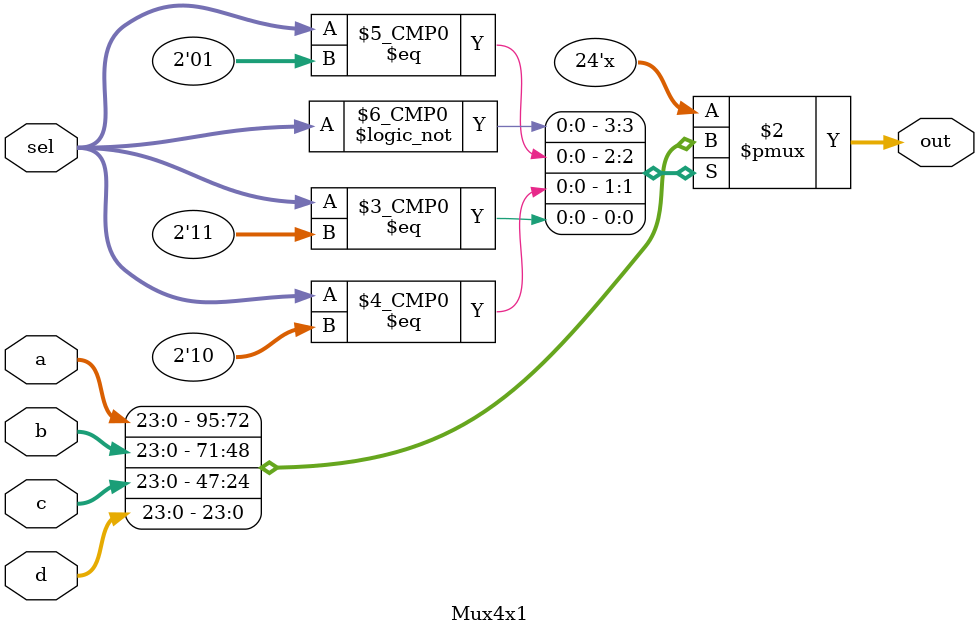
<source format=v>
module Mux2x1 (
    input sel,
    input [23:0] a,
    input[23:0] b,
    output reg [23:0] out
);
  always @(*) begin
    if (sel)
      out <= b;
    else 
      out <= a;
  end 
endmodule
module Mux4x1 (
    input [1:0] sel,
    input [23:0] a,
    input[23:0] b,
    input[23:0] c,
    input [23:0] d,
    output reg [23:0] out
);
  always @(*) begin
    case (sel)
      2'b00:out<=a;
      2'b01:out<=b;
      2'b10:out<=c;
      2'b11:out<=d;
    endcase
  end
endmodule
</source>
